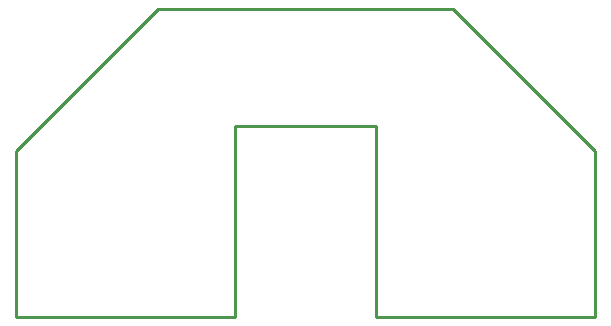
<source format=gko>
G04 Layer: BoardOutline*
G04 EasyEDA v6.3.53, 2020-06-10T14:59:09+08:00*
G04 3b83d2e84b6f494eacd4771d3d7b0d36,fed530592efb474aaabf7115e2e2b964,10*
G04 Gerber Generator version 0.2*
G04 Scale: 100 percent, Rotated: No, Reflected: No *
G04 Dimensions in millimeters *
G04 leading zeros omitted , absolute positions ,3 integer and 3 decimal *
%FSLAX33Y33*%
%MOMM*%
G90*
G71D02*

%ADD10C,0.254000*%
G54D10*
G01X18534Y13515D02*
G01X18534Y16113D01*
G01X30472Y16113D01*
G01X30472Y13515D01*
G01X30472Y13515D02*
G01X30472Y0D01*
G01X18534Y0D02*
G01X18534Y13515D01*
G01X49027Y14015D02*
G01X36987Y26055D01*
G01X35174Y26055D01*
G01X0Y14033D02*
G01X12021Y26055D01*
G01X13874Y26055D01*
G01X0Y14033D02*
G01X0Y0D01*
G01X18534Y0D01*
G01X13874Y26055D02*
G01X35174Y26055D01*
G01X49027Y0D02*
G01X49027Y14015D01*
G01X49027Y0D02*
G01X30472Y0D01*

%LPD*%
M00*
M02*

</source>
